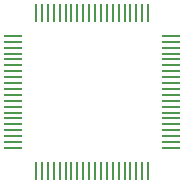
<source format=gtp>
G04 #@! TF.GenerationSoftware,KiCad,Pcbnew,8.0.8*
G04 #@! TF.CreationDate,2025-02-26T07:42:39+09:00*
G04 #@! TF.ProjectId,1bit-cpu_HAT,31626974-2d63-4707-955f-4841542e6b69,rev?*
G04 #@! TF.SameCoordinates,Original*
G04 #@! TF.FileFunction,Paste,Top*
G04 #@! TF.FilePolarity,Positive*
%FSLAX46Y46*%
G04 Gerber Fmt 4.6, Leading zero omitted, Abs format (unit mm)*
G04 Created by KiCad (PCBNEW 8.0.8) date 2025-02-26 07:42:39*
%MOMM*%
%LPD*%
G01*
G04 APERTURE LIST*
G04 Aperture macros list*
%AMRoundRect*
0 Rectangle with rounded corners*
0 $1 Rounding radius*
0 $2 $3 $4 $5 $6 $7 $8 $9 X,Y pos of 4 corners*
0 Add a 4 corners polygon primitive as box body*
4,1,4,$2,$3,$4,$5,$6,$7,$8,$9,$2,$3,0*
0 Add four circle primitives for the rounded corners*
1,1,$1+$1,$2,$3*
1,1,$1+$1,$4,$5*
1,1,$1+$1,$6,$7*
1,1,$1+$1,$8,$9*
0 Add four rect primitives between the rounded corners*
20,1,$1+$1,$2,$3,$4,$5,0*
20,1,$1+$1,$4,$5,$6,$7,0*
20,1,$1+$1,$6,$7,$8,$9,0*
20,1,$1+$1,$8,$9,$2,$3,0*%
G04 Aperture macros list end*
%ADD10RoundRect,0.062500X0.675000X0.062500X-0.675000X0.062500X-0.675000X-0.062500X0.675000X-0.062500X0*%
%ADD11RoundRect,0.062500X0.062500X0.675000X-0.062500X0.675000X-0.062500X-0.675000X0.062500X-0.675000X0*%
G04 APERTURE END LIST*
D10*
G04 #@! TO.C,U1*
X138737500Y-109662500D03*
X138737500Y-109162500D03*
X138737500Y-108662500D03*
X138737500Y-108162500D03*
X138737500Y-107662500D03*
X138737500Y-107162500D03*
X138737500Y-106662500D03*
X138737500Y-106162500D03*
X138737500Y-105662500D03*
X138737500Y-105162500D03*
X138737500Y-104662500D03*
X138737500Y-104162500D03*
X138737500Y-103662500D03*
X138737500Y-103162500D03*
X138737500Y-102662500D03*
X138737500Y-102162500D03*
X138737500Y-101662500D03*
X138737500Y-101162500D03*
X138737500Y-100662500D03*
X138737500Y-100162500D03*
D11*
X136800000Y-98225000D03*
X136300000Y-98225000D03*
X135800000Y-98225000D03*
X135300000Y-98225000D03*
X134800000Y-98225000D03*
X134300000Y-98225000D03*
X133800000Y-98225000D03*
X133300000Y-98225000D03*
X132800000Y-98225000D03*
X132300000Y-98225000D03*
X131800000Y-98225000D03*
X131300000Y-98225000D03*
X130800000Y-98225000D03*
X130300000Y-98225000D03*
X129800000Y-98225000D03*
X129300000Y-98225000D03*
X128800000Y-98225000D03*
X128300000Y-98225000D03*
X127800000Y-98225000D03*
X127300000Y-98225000D03*
D10*
X125362500Y-100162500D03*
X125362500Y-100662500D03*
X125362500Y-101162500D03*
X125362500Y-101662500D03*
X125362500Y-102162500D03*
X125362500Y-102662500D03*
X125362500Y-103162500D03*
X125362500Y-103662500D03*
X125362500Y-104162500D03*
X125362500Y-104662500D03*
X125362500Y-105162500D03*
X125362500Y-105662500D03*
X125362500Y-106162500D03*
X125362500Y-106662500D03*
X125362500Y-107162500D03*
X125362500Y-107662500D03*
X125362500Y-108162500D03*
X125362500Y-108662500D03*
X125362500Y-109162500D03*
X125362500Y-109662500D03*
D11*
X127300000Y-111600000D03*
X127800000Y-111600000D03*
X128300000Y-111600000D03*
X128800000Y-111600000D03*
X129300000Y-111600000D03*
X129800000Y-111600000D03*
X130300000Y-111600000D03*
X130800000Y-111600000D03*
X131300000Y-111600000D03*
X131800000Y-111600000D03*
X132300000Y-111600000D03*
X132800000Y-111600000D03*
X133300000Y-111600000D03*
X133800000Y-111600000D03*
X134300000Y-111600000D03*
X134800000Y-111600000D03*
X135300000Y-111600000D03*
X135800000Y-111600000D03*
X136300000Y-111600000D03*
X136800000Y-111600000D03*
G04 #@! TD*
M02*

</source>
